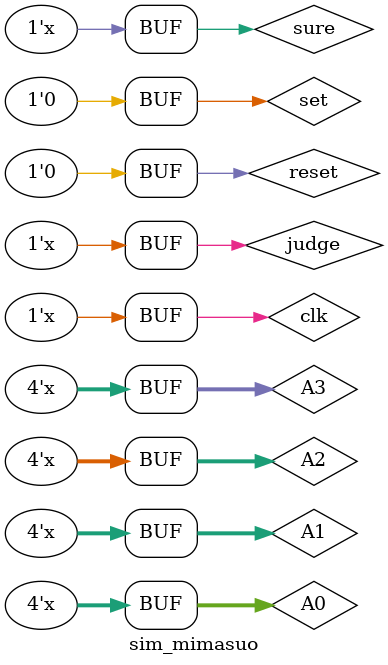
<source format=v>
`timescale 1ns / 1ps


module sim_mimasuo();
reg clk,judge,reset,set,sure;
reg[3:0]A0,A1,A2,A3;
wire[7:0]light;
wire red,green;
mimasuo u(A0,A1,A2,A3,judge,reset,set,sure,clk,red,green,light);
initial
  begin
  A0=3'b000;A1=3'b000;A2=3'b000;A3=3'b000;
  judge=0;set=0;reset=0;sure=0;clk=0;
  end
always #0.001 clk=~clk;
always #10 judge=~judge;
always #15 sure=~sure;
always #1  {A3,A2,A1,A0}={A3,A2,A1,A0}+1; 
endmodule

</source>
